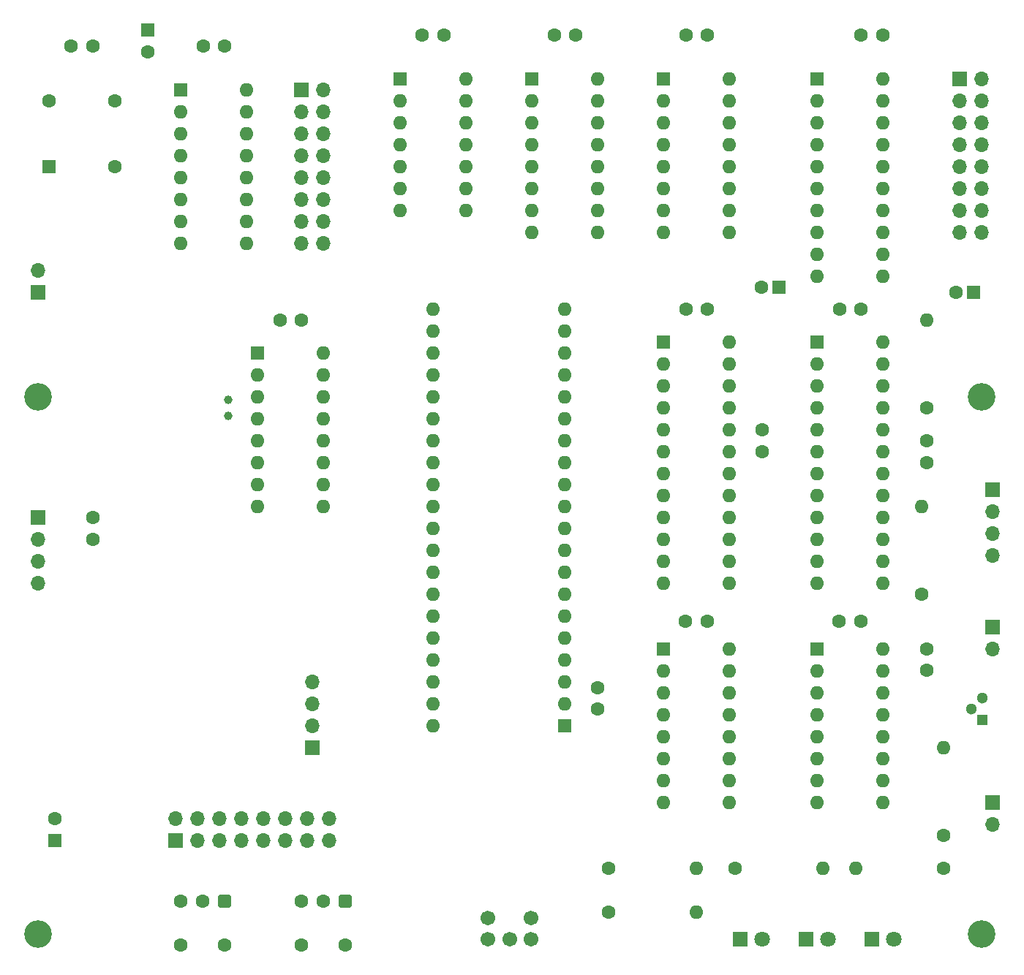
<source format=gbr>
%TF.GenerationSoftware,KiCad,Pcbnew,7.0.9-7.0.9~ubuntu22.04.1*%
%TF.CreationDate,2023-12-29T15:53:17-05:00*%
%TF.ProjectId,dac,6461632e-6b69-4636-9164-5f7063625858,rev?*%
%TF.SameCoordinates,Original*%
%TF.FileFunction,Soldermask,Bot*%
%TF.FilePolarity,Negative*%
%FSLAX46Y46*%
G04 Gerber Fmt 4.6, Leading zero omitted, Abs format (unit mm)*
G04 Created by KiCad (PCBNEW 7.0.9-7.0.9~ubuntu22.04.1) date 2023-12-29 15:53:17*
%MOMM*%
%LPD*%
G01*
G04 APERTURE LIST*
G04 Aperture macros list*
%AMRoundRect*
0 Rectangle with rounded corners*
0 $1 Rounding radius*
0 $2 $3 $4 $5 $6 $7 $8 $9 X,Y pos of 4 corners*
0 Add a 4 corners polygon primitive as box body*
4,1,4,$2,$3,$4,$5,$6,$7,$8,$9,$2,$3,0*
0 Add four circle primitives for the rounded corners*
1,1,$1+$1,$2,$3*
1,1,$1+$1,$4,$5*
1,1,$1+$1,$6,$7*
1,1,$1+$1,$8,$9*
0 Add four rect primitives between the rounded corners*
20,1,$1+$1,$2,$3,$4,$5,0*
20,1,$1+$1,$4,$5,$6,$7,0*
20,1,$1+$1,$6,$7,$8,$9,0*
20,1,$1+$1,$8,$9,$2,$3,0*%
G04 Aperture macros list end*
%ADD10R,1.600000X1.600000*%
%ADD11O,1.600000X1.600000*%
%ADD12C,1.600000*%
%ADD13R,1.800000X1.800000*%
%ADD14C,1.800000*%
%ADD15C,3.200000*%
%ADD16R,1.700000X1.700000*%
%ADD17O,1.700000X1.700000*%
%ADD18C,1.701800*%
%ADD19RoundRect,0.400000X0.400000X-0.400000X0.400000X0.400000X-0.400000X0.400000X-0.400000X-0.400000X0*%
%ADD20R,1.300000X1.300000*%
%ADD21C,1.300000*%
%ADD22C,1.000000*%
G04 APERTURE END LIST*
D10*
%TO.C,U6*%
X54620000Y-101615000D03*
D11*
X54620000Y-104155000D03*
X54620000Y-106695000D03*
X54620000Y-109235000D03*
X54620000Y-111775000D03*
X54620000Y-114315000D03*
X54620000Y-116855000D03*
X54620000Y-119395000D03*
X62240000Y-119395000D03*
X62240000Y-116855000D03*
X62240000Y-114315000D03*
X62240000Y-111775000D03*
X62240000Y-109235000D03*
X62240000Y-106695000D03*
X62240000Y-104155000D03*
X62240000Y-101615000D03*
%TD*%
D12*
%TO.C,C20*%
X106660000Y-132715000D03*
X104160000Y-132715000D03*
%TD*%
D13*
%TO.C,D1*%
X125725000Y-169545000D03*
D14*
X128265000Y-169545000D03*
%TD*%
D10*
%TO.C,U5*%
X101600000Y-69850000D03*
D11*
X101600000Y-72390000D03*
X101600000Y-74930000D03*
X101600000Y-77470000D03*
X101600000Y-80010000D03*
X101600000Y-82550000D03*
X101600000Y-85090000D03*
X101600000Y-87630000D03*
X109220000Y-87630000D03*
X109220000Y-85090000D03*
X109220000Y-82550000D03*
X109220000Y-80010000D03*
X109220000Y-77470000D03*
X109220000Y-74930000D03*
X109220000Y-72390000D03*
X109220000Y-69850000D03*
%TD*%
D15*
%TO.C,H1*%
X29210000Y-168910000D03*
%TD*%
D13*
%TO.C,D3*%
X110480000Y-169545000D03*
D14*
X113020000Y-169545000D03*
%TD*%
D12*
%TO.C,R4*%
X133985000Y-157480000D03*
D11*
X133985000Y-147320000D03*
%TD*%
D16*
%TO.C,J4*%
X59685000Y-71135000D03*
D17*
X62225000Y-71135000D03*
X59685000Y-73675000D03*
X62225000Y-73675000D03*
X59685000Y-76215000D03*
X62225000Y-76215000D03*
X59685000Y-78755000D03*
X62225000Y-78755000D03*
X59685000Y-81295000D03*
X62225000Y-81295000D03*
X59685000Y-83835000D03*
X62225000Y-83835000D03*
X59685000Y-86375000D03*
X62225000Y-86375000D03*
X59685000Y-88915000D03*
X62225000Y-88915000D03*
%TD*%
D18*
%TO.C,SW3*%
X81280000Y-169545000D03*
X86280000Y-169545000D03*
X83780000Y-169545000D03*
X81280000Y-167045000D03*
X86280000Y-167045000D03*
%TD*%
D10*
%TO.C,U11*%
X101610000Y-135890000D03*
D11*
X101610000Y-138430000D03*
X101610000Y-140970000D03*
X101610000Y-143510000D03*
X101610000Y-146050000D03*
X101610000Y-148590000D03*
X101610000Y-151130000D03*
X101610000Y-153670000D03*
X109230000Y-153670000D03*
X109230000Y-151130000D03*
X109230000Y-148590000D03*
X109230000Y-146050000D03*
X109230000Y-143510000D03*
X109230000Y-140970000D03*
X109230000Y-138430000D03*
X109230000Y-135890000D03*
%TD*%
D12*
%TO.C,R5*%
X132080000Y-107950000D03*
D11*
X132080000Y-97790000D03*
%TD*%
D12*
%TO.C,R3*%
X95250000Y-166370000D03*
D11*
X105410000Y-166370000D03*
%TD*%
D12*
%TO.C,R7*%
X133985000Y-161290000D03*
D11*
X123825000Y-161290000D03*
%TD*%
D12*
%TO.C,C6*%
X106680000Y-96520000D03*
X104180000Y-96520000D03*
%TD*%
%TO.C,C8*%
X113030000Y-113010000D03*
X113030000Y-110510000D03*
%TD*%
%TO.C,SW1*%
X50800000Y-170170000D03*
X45720000Y-170170000D03*
D19*
X50800000Y-165090000D03*
D12*
X48260000Y-165090000D03*
X45720000Y-165090000D03*
%TD*%
%TO.C,C3*%
X91440000Y-64770000D03*
X88940000Y-64770000D03*
%TD*%
D10*
%TO.C,U10*%
X119390000Y-135890000D03*
D11*
X119390000Y-138430000D03*
X119390000Y-140970000D03*
X119390000Y-143510000D03*
X119390000Y-146050000D03*
X119390000Y-148590000D03*
X119390000Y-151130000D03*
X119390000Y-153670000D03*
X127010000Y-153670000D03*
X127010000Y-151130000D03*
X127010000Y-148590000D03*
X127010000Y-146050000D03*
X127010000Y-143510000D03*
X127010000Y-140970000D03*
X127010000Y-138430000D03*
X127010000Y-135890000D03*
%TD*%
D10*
%TO.C,U8*%
X119390000Y-100325000D03*
D11*
X119390000Y-102865000D03*
X119390000Y-105405000D03*
X119390000Y-107945000D03*
X119390000Y-110485000D03*
X119390000Y-113025000D03*
X119390000Y-115565000D03*
X119390000Y-118105000D03*
X119390000Y-120645000D03*
X119390000Y-123185000D03*
X119390000Y-125725000D03*
X119390000Y-128265000D03*
X127010000Y-128265000D03*
X127010000Y-125725000D03*
X127010000Y-123185000D03*
X127010000Y-120645000D03*
X127010000Y-118105000D03*
X127010000Y-115565000D03*
X127010000Y-113025000D03*
X127010000Y-110485000D03*
X127010000Y-107945000D03*
X127010000Y-105405000D03*
X127010000Y-102865000D03*
X127010000Y-100325000D03*
%TD*%
D12*
%TO.C,C4*%
X93980000Y-142855000D03*
X93980000Y-140355000D03*
%TD*%
%TO.C,C11*%
X132080000Y-135890000D03*
X132080000Y-138390000D03*
%TD*%
%TO.C,C13*%
X76160000Y-64770000D03*
X73660000Y-64770000D03*
%TD*%
D16*
%TO.C,BT1*%
X29210000Y-94600000D03*
D17*
X29210000Y-92060000D03*
%TD*%
D15*
%TO.C,H2*%
X138430000Y-106680000D03*
%TD*%
D10*
%TO.C,U9*%
X101600000Y-100330000D03*
D11*
X101600000Y-102870000D03*
X101600000Y-105410000D03*
X101600000Y-107950000D03*
X101600000Y-110490000D03*
X101600000Y-113030000D03*
X101600000Y-115570000D03*
X101600000Y-118110000D03*
X101600000Y-120650000D03*
X101600000Y-123190000D03*
X101600000Y-125730000D03*
X101600000Y-128270000D03*
X109220000Y-128270000D03*
X109220000Y-125730000D03*
X109220000Y-123190000D03*
X109220000Y-120650000D03*
X109220000Y-118110000D03*
X109220000Y-115570000D03*
X109220000Y-113030000D03*
X109220000Y-110490000D03*
X109220000Y-107950000D03*
X109220000Y-105410000D03*
X109220000Y-102870000D03*
X109220000Y-100330000D03*
%TD*%
D16*
%TO.C,J7*%
X139700000Y-117475000D03*
D17*
X139700000Y-120015000D03*
X139700000Y-122555000D03*
X139700000Y-125095000D03*
%TD*%
D12*
%TO.C,R2*%
X95250000Y-161290000D03*
D11*
X105410000Y-161290000D03*
%TD*%
D16*
%TO.C,J5*%
X139700000Y-133345000D03*
D17*
X139700000Y-135885000D03*
%TD*%
D16*
%TO.C,J3*%
X45085000Y-158115000D03*
D17*
X45085000Y-155575000D03*
X47625000Y-158115000D03*
X47625000Y-155575000D03*
X50165000Y-158115000D03*
X50165000Y-155575000D03*
X52705000Y-158115000D03*
X52705000Y-155575000D03*
X55245000Y-158115000D03*
X55245000Y-155575000D03*
X57785000Y-158115000D03*
X57785000Y-155575000D03*
X60325000Y-158115000D03*
X60325000Y-155575000D03*
X62865000Y-158115000D03*
X62865000Y-155575000D03*
%TD*%
D12*
%TO.C,SW2*%
X64770000Y-170170000D03*
X59690000Y-170170000D03*
D19*
X64770000Y-165090000D03*
D12*
X62230000Y-165090000D03*
X59690000Y-165090000D03*
%TD*%
D20*
%TO.C,Q1*%
X138515000Y-144145000D03*
D21*
X137245000Y-142875000D03*
X138515000Y-141605000D03*
%TD*%
D22*
%TO.C,Y1*%
X51240000Y-107000000D03*
X51240000Y-108900000D03*
%TD*%
D10*
%TO.C,U1*%
X45720000Y-71120000D03*
D11*
X45720000Y-73660000D03*
X45720000Y-76200000D03*
X45720000Y-78740000D03*
X45720000Y-81280000D03*
X45720000Y-83820000D03*
X45720000Y-86360000D03*
X45720000Y-88900000D03*
X53340000Y-88900000D03*
X53340000Y-86360000D03*
X53340000Y-83820000D03*
X53340000Y-81280000D03*
X53340000Y-78740000D03*
X53340000Y-76200000D03*
X53340000Y-73660000D03*
X53340000Y-71120000D03*
%TD*%
D10*
%TO.C,U4*%
X119390000Y-69850000D03*
D11*
X119390000Y-72390000D03*
X119390000Y-74930000D03*
X119390000Y-77470000D03*
X119390000Y-80010000D03*
X119390000Y-82550000D03*
X119390000Y-85090000D03*
X119390000Y-87630000D03*
X119390000Y-90170000D03*
X119390000Y-92710000D03*
X127010000Y-92710000D03*
X127010000Y-90170000D03*
X127010000Y-87630000D03*
X127010000Y-85090000D03*
X127010000Y-82550000D03*
X127010000Y-80010000D03*
X127010000Y-77470000D03*
X127010000Y-74930000D03*
X127010000Y-72390000D03*
X127010000Y-69850000D03*
%TD*%
D10*
%TO.C,U3*%
X86360000Y-69850000D03*
D11*
X86360000Y-72390000D03*
X86360000Y-74930000D03*
X86360000Y-77470000D03*
X86360000Y-80010000D03*
X86360000Y-82550000D03*
X86360000Y-85090000D03*
X86360000Y-87630000D03*
X93980000Y-87630000D03*
X93980000Y-85090000D03*
X93980000Y-82550000D03*
X93980000Y-80010000D03*
X93980000Y-77470000D03*
X93980000Y-74930000D03*
X93980000Y-72390000D03*
X93980000Y-69850000D03*
%TD*%
D12*
%TO.C,C7*%
X126960000Y-64770000D03*
X124460000Y-64770000D03*
%TD*%
D16*
%TO.C,J8*%
X139700000Y-153665000D03*
D17*
X139700000Y-156205000D03*
%TD*%
D10*
%TO.C,C14*%
X137480113Y-94615000D03*
D12*
X135480113Y-94615000D03*
%TD*%
D13*
%TO.C,D2*%
X118105000Y-169545000D03*
D14*
X120645000Y-169545000D03*
%TD*%
D10*
%TO.C,X1*%
X30480000Y-80010000D03*
D12*
X38100000Y-80010000D03*
X38100000Y-72390000D03*
X30480000Y-72390000D03*
%TD*%
%TO.C,C1*%
X35560000Y-120690000D03*
X35560000Y-123190000D03*
%TD*%
%TO.C,C9*%
X59690000Y-97790000D03*
X57190000Y-97790000D03*
%TD*%
%TO.C,R6*%
X131445000Y-129540000D03*
D11*
X131445000Y-119380000D03*
%TD*%
D12*
%TO.C,C12*%
X50800000Y-66040000D03*
X48300000Y-66040000D03*
%TD*%
D16*
%TO.C,J1*%
X29210000Y-120660000D03*
D17*
X29210000Y-123200000D03*
X29210000Y-125740000D03*
X29210000Y-128280000D03*
%TD*%
D12*
%TO.C,C16*%
X33020000Y-66040000D03*
X35520000Y-66040000D03*
%TD*%
D15*
%TO.C,H4*%
X138430000Y-168910000D03*
%TD*%
D10*
%TO.C,C17*%
X41910000Y-64199888D03*
D12*
X41910000Y-66699888D03*
%TD*%
%TO.C,C10*%
X106680000Y-64770000D03*
X104180000Y-64770000D03*
%TD*%
D16*
%TO.C,J2*%
X135890000Y-69850000D03*
D17*
X138430000Y-69850000D03*
X135890000Y-72390000D03*
X138430000Y-72390000D03*
X135890000Y-74930000D03*
X138430000Y-74930000D03*
X135890000Y-77470000D03*
X138430000Y-77470000D03*
X135890000Y-80010000D03*
X138430000Y-80010000D03*
X135890000Y-82550000D03*
X138430000Y-82550000D03*
X135890000Y-85090000D03*
X138430000Y-85090000D03*
X135890000Y-87630000D03*
X138430000Y-87630000D03*
%TD*%
D15*
%TO.C,H3*%
X29210000Y-106680000D03*
%TD*%
D12*
%TO.C,C5*%
X132060000Y-111780000D03*
X132060000Y-114280000D03*
%TD*%
%TO.C,R1*%
X109855000Y-161290000D03*
D11*
X120015000Y-161290000D03*
%TD*%
D10*
%TO.C,C18*%
X31115000Y-158050112D03*
D12*
X31115000Y-155550112D03*
%TD*%
%TO.C,C2*%
X124460000Y-96520000D03*
X121960000Y-96520000D03*
%TD*%
D10*
%TO.C,C15*%
X114940904Y-93980000D03*
D12*
X112940904Y-93980000D03*
%TD*%
D16*
%TO.C,J6*%
X60960000Y-147320000D03*
D17*
X60960000Y-144780000D03*
X60960000Y-142240000D03*
X60960000Y-139700000D03*
%TD*%
D10*
%TO.C,U2*%
X71130000Y-69845000D03*
D11*
X71130000Y-72385000D03*
X71130000Y-74925000D03*
X71130000Y-77465000D03*
X71130000Y-80005000D03*
X71130000Y-82545000D03*
X71130000Y-85085000D03*
X78750000Y-85085000D03*
X78750000Y-82545000D03*
X78750000Y-80005000D03*
X78750000Y-77465000D03*
X78750000Y-74925000D03*
X78750000Y-72385000D03*
X78750000Y-69845000D03*
%TD*%
D10*
%TO.C,U7*%
X90170000Y-144775000D03*
D11*
X90170000Y-142235000D03*
X90170000Y-139695000D03*
X90170000Y-137155000D03*
X90170000Y-134615000D03*
X90170000Y-132075000D03*
X90170000Y-129535000D03*
X90170000Y-126995000D03*
X90170000Y-124455000D03*
X90170000Y-121915000D03*
X90170000Y-119375000D03*
X90170000Y-116835000D03*
X90170000Y-114295000D03*
X90170000Y-111755000D03*
X90170000Y-109215000D03*
X90170000Y-106675000D03*
X90170000Y-104135000D03*
X90170000Y-101595000D03*
X90170000Y-99055000D03*
X90170000Y-96515000D03*
X74930000Y-96515000D03*
X74930000Y-99055000D03*
X74930000Y-101595000D03*
X74930000Y-104135000D03*
X74930000Y-106675000D03*
X74930000Y-109215000D03*
X74930000Y-111755000D03*
X74930000Y-114295000D03*
X74930000Y-116835000D03*
X74930000Y-119375000D03*
X74930000Y-121915000D03*
X74930000Y-124455000D03*
X74930000Y-126995000D03*
X74930000Y-129535000D03*
X74930000Y-132075000D03*
X74930000Y-134615000D03*
X74930000Y-137155000D03*
X74930000Y-139695000D03*
X74930000Y-142235000D03*
X74930000Y-144775000D03*
%TD*%
D12*
%TO.C,C19*%
X124440000Y-132715000D03*
X121940000Y-132715000D03*
%TD*%
M02*

</source>
